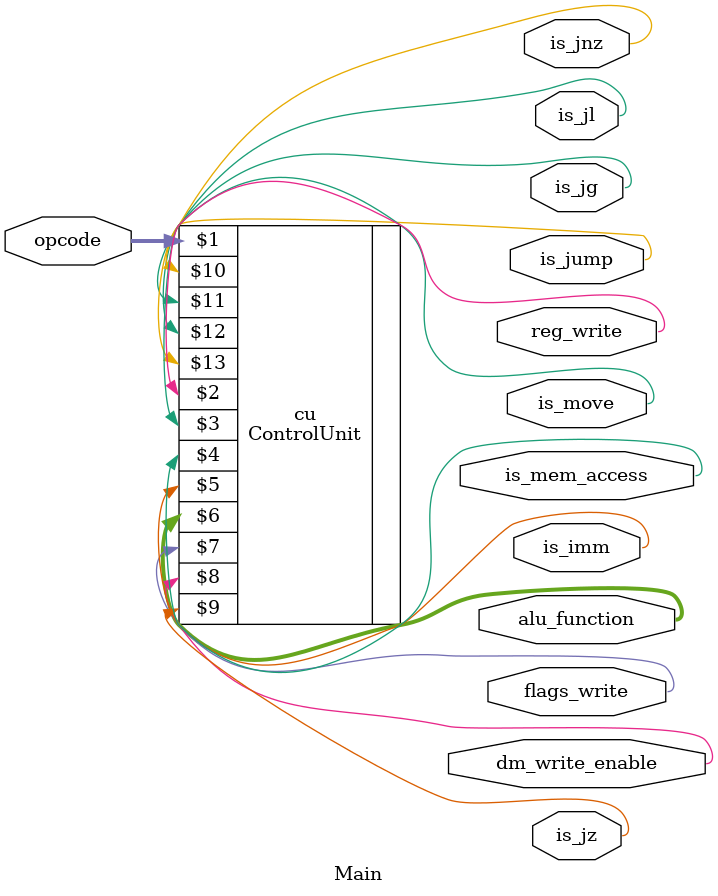
<source format=v>
`timescale 1ns / 1ps

module Main(
	input [4:0] opcode,
	output reg_write,
	output is_move,
	output is_mem_access,
	output is_imm,
	output [2:0] alu_function,
	output flags_write,
	output dm_write_enable,
	output is_jz,
	output is_jnz,
	output is_jl,
	output is_jg,
	output is_jump
	);

ControlUnit cu(opcode, reg_write, is_move, is_mem_access, is_imm, alu_function, flags_write, 
					dm_write_enable, is_jz, is_jnz, is_jl, is_jg, is_jump);

endmodule

</source>
